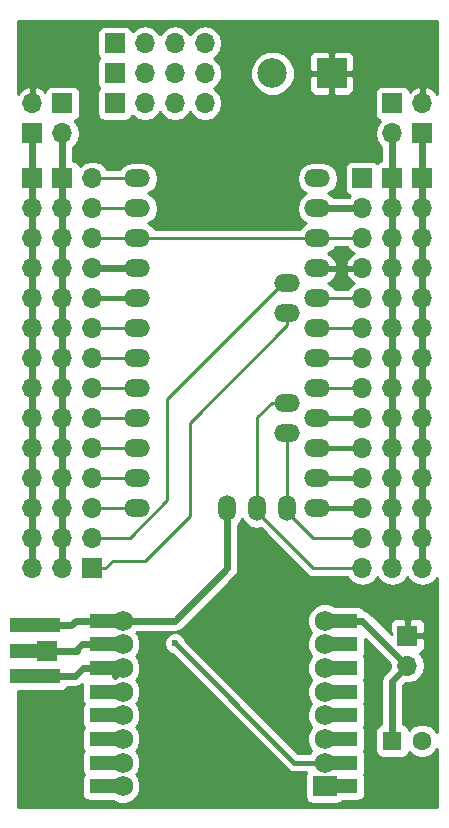
<source format=gtl>
G04 #@! TF.FileFunction,Copper,L1,Top,Signal*
%FSLAX46Y46*%
G04 Gerber Fmt 4.6, Leading zero omitted, Abs format (unit mm)*
G04 Created by KiCad (PCBNEW 4.0.6) date 07/21/18 17:07:37*
%MOMM*%
%LPD*%
G01*
G04 APERTURE LIST*
%ADD10C,0.100000*%
%ADD11R,3.000000X1.200000*%
%ADD12R,2.000000X1.727200*%
%ADD13C,1.727200*%
%ADD14R,1.700000X1.700000*%
%ADD15O,1.700000X1.700000*%
%ADD16R,4.191000X1.270000*%
%ADD17R,3.683000X1.270000*%
%ADD18R,1.600000X1.600000*%
%ADD19C,1.600000*%
%ADD20O,2.199640X1.501140*%
%ADD21O,1.501140X2.199640*%
%ADD22R,2.500000X2.500000*%
%ADD23C,2.500000*%
%ADD24C,0.600000*%
%ADD25C,0.600000*%
%ADD26C,0.250000*%
%ADD27C,0.400000*%
%ADD28C,0.254000*%
G04 APERTURE END LIST*
D10*
D11*
X146685000Y-116235000D03*
X146685000Y-114235000D03*
X146685000Y-112235000D03*
X146685000Y-110235000D03*
X146685000Y-108235000D03*
X146685000Y-106235000D03*
X146685000Y-104235000D03*
X146685000Y-102235000D03*
X126985000Y-102235000D03*
X126985000Y-104235000D03*
X126985000Y-106235000D03*
X126985000Y-108235000D03*
X126985000Y-110235000D03*
X126985000Y-112235000D03*
X126985000Y-114235000D03*
X126985000Y-116235000D03*
D12*
X145385000Y-116235000D03*
D13*
X145385000Y-114235000D03*
X145385000Y-112235000D03*
X145385000Y-110235000D03*
X145385000Y-108235000D03*
X145385000Y-106235000D03*
X145385000Y-104235000D03*
X145385000Y-102235000D03*
X128285000Y-102235000D03*
X128285000Y-104235000D03*
X128285000Y-106235000D03*
X128285000Y-108235000D03*
X128285000Y-110235000D03*
X128285000Y-112235000D03*
X128285000Y-114235000D03*
X128285000Y-116235000D03*
D14*
X123190000Y-64770000D03*
D15*
X123190000Y-67310000D03*
X123190000Y-69850000D03*
X123190000Y-72390000D03*
X123190000Y-74930000D03*
X123190000Y-77470000D03*
X123190000Y-80010000D03*
X123190000Y-82550000D03*
X123190000Y-85090000D03*
X123190000Y-87630000D03*
X123190000Y-90170000D03*
X123190000Y-92710000D03*
X123190000Y-95250000D03*
X123190000Y-97790000D03*
D16*
X120904000Y-102628700D03*
X120904000Y-106921300D03*
D17*
X120650000Y-104775000D03*
D18*
X151130000Y-112395000D03*
D19*
X153630000Y-112395000D03*
D20*
X142240000Y-83820000D03*
X142240000Y-86360000D03*
X129540000Y-64770000D03*
X129540000Y-67310000D03*
X129540000Y-69850000D03*
X129540000Y-72390000D03*
X129540000Y-74930000D03*
X129540000Y-77470000D03*
X129540000Y-80010000D03*
X129540000Y-82550000D03*
X129540000Y-85090000D03*
X129540000Y-87630000D03*
X129540000Y-90170000D03*
X129540000Y-92710000D03*
X144780000Y-92710000D03*
X144780000Y-90170000D03*
X144780000Y-87630000D03*
X144780000Y-85090000D03*
X144780000Y-82550000D03*
X144780000Y-80010000D03*
X144780000Y-77470000D03*
X144780000Y-74930000D03*
X144780000Y-72390000D03*
X144780000Y-69850000D03*
X144780000Y-67310000D03*
X144780000Y-64770000D03*
X142240000Y-76200000D03*
X142240000Y-73660000D03*
D21*
X142240000Y-92710000D03*
X139700000Y-92710000D03*
X137160000Y-92710000D03*
D14*
X120650000Y-64770000D03*
D15*
X120650000Y-67310000D03*
X120650000Y-69850000D03*
X120650000Y-72390000D03*
X120650000Y-74930000D03*
X120650000Y-77470000D03*
X120650000Y-80010000D03*
X120650000Y-82550000D03*
X120650000Y-85090000D03*
X120650000Y-87630000D03*
X120650000Y-90170000D03*
X120650000Y-92710000D03*
X120650000Y-95250000D03*
X120650000Y-97790000D03*
D14*
X125730000Y-97790000D03*
D15*
X125730000Y-95250000D03*
X125730000Y-92710000D03*
X125730000Y-90170000D03*
X125730000Y-87630000D03*
X125730000Y-85090000D03*
X125730000Y-82550000D03*
X125730000Y-80010000D03*
X125730000Y-77470000D03*
X125730000Y-74930000D03*
X125730000Y-72390000D03*
X125730000Y-69850000D03*
X125730000Y-67310000D03*
X125730000Y-64770000D03*
D14*
X148590000Y-64770000D03*
D15*
X148590000Y-67310000D03*
X148590000Y-69850000D03*
X148590000Y-72390000D03*
X148590000Y-74930000D03*
X148590000Y-77470000D03*
X148590000Y-80010000D03*
X148590000Y-82550000D03*
X148590000Y-85090000D03*
X148590000Y-87630000D03*
X148590000Y-90170000D03*
X148590000Y-92710000D03*
X148590000Y-95250000D03*
X148590000Y-97790000D03*
D14*
X151130000Y-64770000D03*
D15*
X151130000Y-67310000D03*
X151130000Y-69850000D03*
X151130000Y-72390000D03*
X151130000Y-74930000D03*
X151130000Y-77470000D03*
X151130000Y-80010000D03*
X151130000Y-82550000D03*
X151130000Y-85090000D03*
X151130000Y-87630000D03*
X151130000Y-90170000D03*
X151130000Y-92710000D03*
X151130000Y-95250000D03*
X151130000Y-97790000D03*
D14*
X153670000Y-64770000D03*
D15*
X153670000Y-67310000D03*
X153670000Y-69850000D03*
X153670000Y-72390000D03*
X153670000Y-74930000D03*
X153670000Y-77470000D03*
X153670000Y-80010000D03*
X153670000Y-82550000D03*
X153670000Y-85090000D03*
X153670000Y-87630000D03*
X153670000Y-90170000D03*
X153670000Y-92710000D03*
X153670000Y-95250000D03*
X153670000Y-97790000D03*
D14*
X153670000Y-60960000D03*
D15*
X153670000Y-58420000D03*
D14*
X120650000Y-60960000D03*
D15*
X120650000Y-58420000D03*
D14*
X151130000Y-58420000D03*
D15*
X151130000Y-60960000D03*
D14*
X123190000Y-58420000D03*
D15*
X123190000Y-60960000D03*
D22*
X145970000Y-55880000D03*
D23*
X140970000Y-55880000D03*
D14*
X121920000Y-104775000D03*
X152400000Y-103505000D03*
D15*
X152400000Y-106045000D03*
D14*
X127635000Y-53340000D03*
D15*
X130175000Y-53340000D03*
X132715000Y-53340000D03*
X135255000Y-53340000D03*
D14*
X127635000Y-55880000D03*
D15*
X130175000Y-55880000D03*
X132715000Y-55880000D03*
X135255000Y-55880000D03*
D14*
X127635000Y-58420000D03*
D15*
X130175000Y-58420000D03*
X132715000Y-58420000D03*
X135255000Y-58420000D03*
D24*
X132715000Y-104140000D03*
D25*
X124333000Y-102235000D02*
X123939300Y-102628700D01*
X123939300Y-102628700D02*
X120904000Y-102628700D01*
X128285000Y-102235000D02*
X124333000Y-102235000D01*
X124905000Y-106235000D02*
X124218700Y-106921300D01*
X124218700Y-106921300D02*
X120904000Y-106921300D01*
X128285000Y-106235000D02*
X124905000Y-106235000D01*
X127598700Y-106921300D02*
X128285000Y-106235000D01*
X127891300Y-102628700D02*
X128285000Y-102235000D01*
X137160000Y-92710000D02*
X137160000Y-97790000D01*
X132715000Y-102235000D02*
X126985000Y-102235000D01*
X137160000Y-97790000D02*
X132715000Y-102235000D01*
X137160000Y-93360000D02*
X137160000Y-92710000D01*
X137160000Y-93460000D02*
X137160000Y-92710000D01*
X144780000Y-67310000D02*
X148590000Y-67310000D01*
X125730000Y-72390000D02*
X129540000Y-72390000D01*
X127063686Y-106140000D02*
X128285000Y-106140000D01*
X124460000Y-104775000D02*
X124460000Y-104660000D01*
X124460000Y-104660000D02*
X124885000Y-104235000D01*
X124885000Y-104235000D02*
X127063686Y-104235000D01*
X127063686Y-104235000D02*
X128285000Y-104235000D01*
X121920000Y-104775000D02*
X124460000Y-104775000D01*
D26*
X139700000Y-92710000D02*
X139700000Y-93059250D01*
X139700000Y-93059250D02*
X144430750Y-97790000D01*
X144430750Y-97790000D02*
X147387919Y-97790000D01*
X147387919Y-97790000D02*
X148590000Y-97790000D01*
X142240000Y-83820000D02*
X140890180Y-83820000D01*
X140890180Y-83820000D02*
X139700000Y-85010180D01*
X139700000Y-85010180D02*
X139700000Y-91360180D01*
X139700000Y-91360180D02*
X139700000Y-92710000D01*
X142240000Y-92710000D02*
X142240000Y-93059250D01*
X142240000Y-93059250D02*
X144430750Y-95250000D01*
X144430750Y-95250000D02*
X147387919Y-95250000D01*
X147387919Y-95250000D02*
X148590000Y-95250000D01*
X142240000Y-86360000D02*
X142240000Y-87360570D01*
X142240000Y-87360570D02*
X142240000Y-92710000D01*
X125730000Y-64770000D02*
X129540000Y-64770000D01*
X125730000Y-67310000D02*
X129540000Y-67310000D01*
X129540000Y-69850000D02*
X144780000Y-69850000D01*
X144780000Y-69850000D02*
X148590000Y-69850000D01*
X125730000Y-69850000D02*
X129540000Y-69850000D01*
D27*
X132715000Y-104140000D02*
X142810000Y-114235000D01*
X142810000Y-114235000D02*
X146685000Y-114235000D01*
X125730000Y-74930000D02*
X129540000Y-74930000D01*
D26*
X125730000Y-77470000D02*
X129540000Y-77470000D01*
X125730000Y-80010000D02*
X129540000Y-80010000D01*
X125730000Y-82550000D02*
X129540000Y-82550000D01*
X125730000Y-85090000D02*
X129540000Y-85090000D01*
X125730000Y-87630000D02*
X129540000Y-87630000D01*
X125730000Y-90170000D02*
X129540000Y-90170000D01*
X125730000Y-92710000D02*
X129540000Y-92710000D01*
D27*
X144780000Y-92710000D02*
X148590000Y-92710000D01*
X144780000Y-90170000D02*
X148590000Y-90170000D01*
X144780000Y-87630000D02*
X148590000Y-87630000D01*
X144780000Y-85090000D02*
X148590000Y-85090000D01*
D26*
X144780000Y-82550000D02*
X148590000Y-82550000D01*
X144780000Y-80010000D02*
X148590000Y-80010000D01*
X144780000Y-77470000D02*
X146129820Y-77470000D01*
X146129820Y-77470000D02*
X148590000Y-77470000D01*
X144780000Y-74930000D02*
X148590000Y-74930000D01*
X142240000Y-77200570D02*
X133985000Y-85455570D01*
X130175000Y-97155000D02*
X133985000Y-93345000D01*
X133985000Y-93345000D02*
X133985000Y-85455570D01*
X127465000Y-97155000D02*
X130175000Y-97155000D01*
X126830000Y-97790000D02*
X127465000Y-97155000D01*
X142240000Y-76200000D02*
X142240000Y-77200570D01*
X126830000Y-97790000D02*
X125730000Y-97790000D01*
X132080000Y-83470750D02*
X132080000Y-92040349D01*
X132080000Y-92040349D02*
X128870349Y-95250000D01*
X128870349Y-95250000D02*
X126932081Y-95250000D01*
X126932081Y-95250000D02*
X125730000Y-95250000D01*
X141890750Y-73660000D02*
X132080000Y-83470750D01*
X142240000Y-73660000D02*
X141890750Y-73660000D01*
D25*
X120650000Y-60960000D02*
X120650000Y-64770000D01*
X120650000Y-64770000D02*
X120650000Y-67310000D01*
X120650000Y-67310000D02*
X120650000Y-69850000D01*
X120650000Y-69850000D02*
X120650000Y-72390000D01*
X120650000Y-72390000D02*
X120650000Y-74930000D01*
X120650000Y-74930000D02*
X120650000Y-77470000D01*
X120650000Y-77470000D02*
X120650000Y-80010000D01*
X120650000Y-80010000D02*
X120650000Y-82550000D01*
X120650000Y-82550000D02*
X120650000Y-85090000D01*
X120650000Y-85090000D02*
X120650000Y-87630000D01*
X120650000Y-87630000D02*
X120650000Y-90170000D01*
X120650000Y-90170000D02*
X120650000Y-92710000D01*
X120650000Y-92710000D02*
X120650000Y-95250000D01*
X120650000Y-95250000D02*
X120650000Y-97790000D01*
X123190000Y-60960000D02*
X123190000Y-64770000D01*
X123190000Y-64770000D02*
X123190000Y-67310000D01*
X123190000Y-67310000D02*
X123190000Y-69850000D01*
X123190000Y-69850000D02*
X123190000Y-72390000D01*
X123190000Y-72390000D02*
X123190000Y-74930000D01*
X123190000Y-74930000D02*
X123190000Y-77470000D01*
X123190000Y-77470000D02*
X123190000Y-80010000D01*
X123190000Y-80010000D02*
X123190000Y-82550000D01*
X123190000Y-82550000D02*
X123190000Y-85090000D01*
X123190000Y-85090000D02*
X123190000Y-87630000D01*
X123190000Y-87630000D02*
X123190000Y-90170000D01*
X123190000Y-90170000D02*
X123190000Y-92710000D01*
X123190000Y-92710000D02*
X123190000Y-95250000D01*
X123190000Y-95250000D02*
X123190000Y-97790000D01*
X151130000Y-60960000D02*
X151130000Y-64770000D01*
X151130000Y-64770000D02*
X151130000Y-67310000D01*
X151130000Y-67310000D02*
X151130000Y-69850000D01*
X151130000Y-69850000D02*
X151130000Y-72390000D01*
X151130000Y-72390000D02*
X151130000Y-74930000D01*
X151130000Y-74930000D02*
X151130000Y-77470000D01*
X151130000Y-77470000D02*
X151130000Y-80010000D01*
X151130000Y-80010000D02*
X151130000Y-82550000D01*
X151130000Y-82550000D02*
X151130000Y-85090000D01*
X151130000Y-85090000D02*
X151130000Y-87630000D01*
X151130000Y-87630000D02*
X151130000Y-90170000D01*
X151130000Y-90170000D02*
X151130000Y-92710000D01*
X151130000Y-92710000D02*
X151130000Y-95250000D01*
X151130000Y-95250000D02*
X151130000Y-97790000D01*
X153670000Y-60960000D02*
X153670000Y-64770000D01*
X153670000Y-64770000D02*
X153670000Y-67310000D01*
X153670000Y-67310000D02*
X153670000Y-69850000D01*
X153670000Y-69850000D02*
X153670000Y-72390000D01*
X153670000Y-72390000D02*
X153670000Y-74930000D01*
X153670000Y-74930000D02*
X153670000Y-77470000D01*
X153670000Y-77470000D02*
X153670000Y-80010000D01*
X153670000Y-80010000D02*
X153670000Y-82550000D01*
X153670000Y-82550000D02*
X153670000Y-85090000D01*
X153670000Y-85090000D02*
X153670000Y-87630000D01*
X153670000Y-87630000D02*
X153670000Y-90170000D01*
X153670000Y-90170000D02*
X153670000Y-92710000D01*
X153670000Y-92710000D02*
X153670000Y-95250000D01*
X153670000Y-95250000D02*
X153670000Y-97790000D01*
X145385000Y-102235000D02*
X148590000Y-102235000D01*
X148590000Y-102235000D02*
X152400000Y-106045000D01*
X151130000Y-112395000D02*
X151130000Y-107315000D01*
X151130000Y-107315000D02*
X152400000Y-106045000D01*
D28*
G36*
X138720254Y-94072983D02*
X139169765Y-94373337D01*
X139700000Y-94478807D01*
X139987557Y-94421609D01*
X143893349Y-98327401D01*
X144139911Y-98492148D01*
X144430750Y-98550000D01*
X147317046Y-98550000D01*
X147510853Y-98840054D01*
X147992622Y-99161961D01*
X148560907Y-99275000D01*
X148619093Y-99275000D01*
X149187378Y-99161961D01*
X149669147Y-98840054D01*
X149860000Y-98554422D01*
X150050853Y-98840054D01*
X150532622Y-99161961D01*
X151100907Y-99275000D01*
X151159093Y-99275000D01*
X151727378Y-99161961D01*
X152209147Y-98840054D01*
X152400000Y-98554422D01*
X152590853Y-98840054D01*
X153072622Y-99161961D01*
X153640907Y-99275000D01*
X153699093Y-99275000D01*
X154267378Y-99161961D01*
X154749147Y-98840054D01*
X154890000Y-98629252D01*
X154890000Y-111686680D01*
X154847243Y-111583200D01*
X154443923Y-111179176D01*
X153916691Y-110960250D01*
X153345813Y-110959752D01*
X152818200Y-111177757D01*
X152549417Y-111446072D01*
X152533162Y-111359683D01*
X152394090Y-111143559D01*
X152181890Y-110998569D01*
X152065000Y-110974898D01*
X152065000Y-107702290D01*
X152259459Y-107507831D01*
X152370907Y-107530000D01*
X152429093Y-107530000D01*
X152997378Y-107416961D01*
X153479147Y-107095054D01*
X153801054Y-106613285D01*
X153914093Y-106045000D01*
X153801054Y-105476715D01*
X153479147Y-104994946D01*
X153435223Y-104965597D01*
X153609698Y-104893327D01*
X153788327Y-104714699D01*
X153885000Y-104481310D01*
X153885000Y-103790750D01*
X153726250Y-103632000D01*
X152527000Y-103632000D01*
X152527000Y-103652000D01*
X152273000Y-103652000D01*
X152273000Y-103632000D01*
X152253000Y-103632000D01*
X152253000Y-103378000D01*
X152273000Y-103378000D01*
X152273000Y-102178750D01*
X152527000Y-102178750D01*
X152527000Y-103378000D01*
X153726250Y-103378000D01*
X153885000Y-103219250D01*
X153885000Y-102528690D01*
X153788327Y-102295301D01*
X153609698Y-102116673D01*
X153376309Y-102020000D01*
X152685750Y-102020000D01*
X152527000Y-102178750D01*
X152273000Y-102178750D01*
X152114250Y-102020000D01*
X151423691Y-102020000D01*
X151190302Y-102116673D01*
X151011673Y-102295301D01*
X150915000Y-102528690D01*
X150915000Y-103219250D01*
X151073748Y-103377998D01*
X151055288Y-103377998D01*
X149251145Y-101573855D01*
X148947809Y-101371173D01*
X148743690Y-101330571D01*
X148649090Y-101183559D01*
X148436890Y-101038569D01*
X148185000Y-100987560D01*
X146257228Y-100987560D01*
X146234997Y-100965290D01*
X145684398Y-100736661D01*
X145088218Y-100736141D01*
X144537220Y-100963808D01*
X144115290Y-101385003D01*
X143886661Y-101935602D01*
X143886141Y-102531782D01*
X144113808Y-103082780D01*
X144265659Y-103234896D01*
X144115290Y-103385003D01*
X143886661Y-103935602D01*
X143886141Y-104531782D01*
X144113808Y-105082780D01*
X144265659Y-105234896D01*
X144115290Y-105385003D01*
X143886661Y-105935602D01*
X143886141Y-106531782D01*
X144113808Y-107082780D01*
X144265659Y-107234896D01*
X144115290Y-107385003D01*
X143886661Y-107935602D01*
X143886141Y-108531782D01*
X144113808Y-109082780D01*
X144265659Y-109234896D01*
X144115290Y-109385003D01*
X143886661Y-109935602D01*
X143886141Y-110531782D01*
X144113808Y-111082780D01*
X144265659Y-111234896D01*
X144115290Y-111385003D01*
X143886661Y-111935602D01*
X143886141Y-112531782D01*
X144113808Y-113082780D01*
X144265659Y-113234896D01*
X144115290Y-113385003D01*
X144109063Y-113400000D01*
X143155868Y-113400000D01*
X133607535Y-103851667D01*
X133508117Y-103611057D01*
X133245327Y-103347808D01*
X132901799Y-103205162D01*
X132529833Y-103204838D01*
X132186057Y-103346883D01*
X131922808Y-103609673D01*
X131780162Y-103953201D01*
X131779838Y-104325167D01*
X131921883Y-104668943D01*
X132184673Y-104932192D01*
X132426910Y-105032778D01*
X142219566Y-114825434D01*
X142490459Y-115006439D01*
X142810000Y-115070000D01*
X143822398Y-115070000D01*
X143788569Y-115119510D01*
X143737560Y-115371400D01*
X143737560Y-117098600D01*
X143781838Y-117333917D01*
X143920910Y-117550041D01*
X144133110Y-117695031D01*
X144385000Y-117746040D01*
X146385000Y-117746040D01*
X146620317Y-117701762D01*
X146836441Y-117562690D01*
X146891273Y-117482440D01*
X148185000Y-117482440D01*
X148420317Y-117438162D01*
X148636441Y-117299090D01*
X148781431Y-117086890D01*
X148832440Y-116835000D01*
X148832440Y-115635000D01*
X148788162Y-115399683D01*
X148681241Y-115233523D01*
X148781431Y-115086890D01*
X148832440Y-114835000D01*
X148832440Y-113635000D01*
X148788162Y-113399683D01*
X148681241Y-113233523D01*
X148781431Y-113086890D01*
X148832440Y-112835000D01*
X148832440Y-111635000D01*
X148788162Y-111399683D01*
X148681241Y-111233523D01*
X148781431Y-111086890D01*
X148832440Y-110835000D01*
X148832440Y-109635000D01*
X148788162Y-109399683D01*
X148681241Y-109233523D01*
X148781431Y-109086890D01*
X148832440Y-108835000D01*
X148832440Y-107635000D01*
X148788162Y-107399683D01*
X148681241Y-107233523D01*
X148781431Y-107086890D01*
X148832440Y-106835000D01*
X148832440Y-105635000D01*
X148788162Y-105399683D01*
X148681241Y-105233523D01*
X148781431Y-105086890D01*
X148832440Y-104835000D01*
X148832440Y-103799730D01*
X150917729Y-105885019D01*
X150885907Y-106045000D01*
X150917729Y-106204981D01*
X150468855Y-106653855D01*
X150266173Y-106957191D01*
X150195000Y-107315000D01*
X150195000Y-110972962D01*
X150094683Y-110991838D01*
X149878559Y-111130910D01*
X149733569Y-111343110D01*
X149682560Y-111595000D01*
X149682560Y-113195000D01*
X149726838Y-113430317D01*
X149865910Y-113646441D01*
X150078110Y-113791431D01*
X150330000Y-113842440D01*
X151930000Y-113842440D01*
X152165317Y-113798162D01*
X152381441Y-113659090D01*
X152526431Y-113446890D01*
X152547680Y-113341959D01*
X152816077Y-113610824D01*
X153343309Y-113829750D01*
X153914187Y-113830248D01*
X154441800Y-113612243D01*
X154845824Y-113208923D01*
X154890000Y-113102535D01*
X154890000Y-117983000D01*
X119430000Y-117983000D01*
X119430000Y-108203740D01*
X122999500Y-108203740D01*
X123234817Y-108159462D01*
X123450941Y-108020390D01*
X123563059Y-107856300D01*
X124218700Y-107856300D01*
X124576509Y-107785127D01*
X124843251Y-107606896D01*
X124837560Y-107635000D01*
X124837560Y-108835000D01*
X124881838Y-109070317D01*
X124988759Y-109236477D01*
X124888569Y-109383110D01*
X124837560Y-109635000D01*
X124837560Y-110835000D01*
X124881838Y-111070317D01*
X124988759Y-111236477D01*
X124888569Y-111383110D01*
X124837560Y-111635000D01*
X124837560Y-112835000D01*
X124881838Y-113070317D01*
X124988759Y-113236477D01*
X124888569Y-113383110D01*
X124837560Y-113635000D01*
X124837560Y-114835000D01*
X124881838Y-115070317D01*
X124988759Y-115236477D01*
X124888569Y-115383110D01*
X124837560Y-115635000D01*
X124837560Y-116835000D01*
X124881838Y-117070317D01*
X125020910Y-117286441D01*
X125233110Y-117431431D01*
X125485000Y-117482440D01*
X127412772Y-117482440D01*
X127435003Y-117504710D01*
X127985602Y-117733339D01*
X128581782Y-117733859D01*
X129132780Y-117506192D01*
X129554710Y-117084997D01*
X129783339Y-116534398D01*
X129783859Y-115938218D01*
X129556192Y-115387220D01*
X129404341Y-115235104D01*
X129554710Y-115084997D01*
X129783339Y-114534398D01*
X129783859Y-113938218D01*
X129556192Y-113387220D01*
X129404341Y-113235104D01*
X129554710Y-113084997D01*
X129783339Y-112534398D01*
X129783859Y-111938218D01*
X129556192Y-111387220D01*
X129404341Y-111235104D01*
X129554710Y-111084997D01*
X129783339Y-110534398D01*
X129783859Y-109938218D01*
X129556192Y-109387220D01*
X129404341Y-109235104D01*
X129554710Y-109084997D01*
X129783339Y-108534398D01*
X129783859Y-107938218D01*
X129556192Y-107387220D01*
X129404341Y-107235104D01*
X129554710Y-107084997D01*
X129783339Y-106534398D01*
X129783859Y-105938218D01*
X129556192Y-105387220D01*
X129404341Y-105235104D01*
X129554710Y-105084997D01*
X129783339Y-104534398D01*
X129783859Y-103938218D01*
X129556192Y-103387220D01*
X129404341Y-103235104D01*
X129469559Y-103170000D01*
X132715000Y-103170000D01*
X133072809Y-103098827D01*
X133376145Y-102896145D01*
X137821145Y-98451145D01*
X138023827Y-98147809D01*
X138095000Y-97790000D01*
X138095000Y-94102881D01*
X138139746Y-94072983D01*
X138430000Y-93638588D01*
X138720254Y-94072983D01*
X138720254Y-94072983D01*
G37*
X138720254Y-94072983D02*
X139169765Y-94373337D01*
X139700000Y-94478807D01*
X139987557Y-94421609D01*
X143893349Y-98327401D01*
X144139911Y-98492148D01*
X144430750Y-98550000D01*
X147317046Y-98550000D01*
X147510853Y-98840054D01*
X147992622Y-99161961D01*
X148560907Y-99275000D01*
X148619093Y-99275000D01*
X149187378Y-99161961D01*
X149669147Y-98840054D01*
X149860000Y-98554422D01*
X150050853Y-98840054D01*
X150532622Y-99161961D01*
X151100907Y-99275000D01*
X151159093Y-99275000D01*
X151727378Y-99161961D01*
X152209147Y-98840054D01*
X152400000Y-98554422D01*
X152590853Y-98840054D01*
X153072622Y-99161961D01*
X153640907Y-99275000D01*
X153699093Y-99275000D01*
X154267378Y-99161961D01*
X154749147Y-98840054D01*
X154890000Y-98629252D01*
X154890000Y-111686680D01*
X154847243Y-111583200D01*
X154443923Y-111179176D01*
X153916691Y-110960250D01*
X153345813Y-110959752D01*
X152818200Y-111177757D01*
X152549417Y-111446072D01*
X152533162Y-111359683D01*
X152394090Y-111143559D01*
X152181890Y-110998569D01*
X152065000Y-110974898D01*
X152065000Y-107702290D01*
X152259459Y-107507831D01*
X152370907Y-107530000D01*
X152429093Y-107530000D01*
X152997378Y-107416961D01*
X153479147Y-107095054D01*
X153801054Y-106613285D01*
X153914093Y-106045000D01*
X153801054Y-105476715D01*
X153479147Y-104994946D01*
X153435223Y-104965597D01*
X153609698Y-104893327D01*
X153788327Y-104714699D01*
X153885000Y-104481310D01*
X153885000Y-103790750D01*
X153726250Y-103632000D01*
X152527000Y-103632000D01*
X152527000Y-103652000D01*
X152273000Y-103652000D01*
X152273000Y-103632000D01*
X152253000Y-103632000D01*
X152253000Y-103378000D01*
X152273000Y-103378000D01*
X152273000Y-102178750D01*
X152527000Y-102178750D01*
X152527000Y-103378000D01*
X153726250Y-103378000D01*
X153885000Y-103219250D01*
X153885000Y-102528690D01*
X153788327Y-102295301D01*
X153609698Y-102116673D01*
X153376309Y-102020000D01*
X152685750Y-102020000D01*
X152527000Y-102178750D01*
X152273000Y-102178750D01*
X152114250Y-102020000D01*
X151423691Y-102020000D01*
X151190302Y-102116673D01*
X151011673Y-102295301D01*
X150915000Y-102528690D01*
X150915000Y-103219250D01*
X151073748Y-103377998D01*
X151055288Y-103377998D01*
X149251145Y-101573855D01*
X148947809Y-101371173D01*
X148743690Y-101330571D01*
X148649090Y-101183559D01*
X148436890Y-101038569D01*
X148185000Y-100987560D01*
X146257228Y-100987560D01*
X146234997Y-100965290D01*
X145684398Y-100736661D01*
X145088218Y-100736141D01*
X144537220Y-100963808D01*
X144115290Y-101385003D01*
X143886661Y-101935602D01*
X143886141Y-102531782D01*
X144113808Y-103082780D01*
X144265659Y-103234896D01*
X144115290Y-103385003D01*
X143886661Y-103935602D01*
X143886141Y-104531782D01*
X144113808Y-105082780D01*
X144265659Y-105234896D01*
X144115290Y-105385003D01*
X143886661Y-105935602D01*
X143886141Y-106531782D01*
X144113808Y-107082780D01*
X144265659Y-107234896D01*
X144115290Y-107385003D01*
X143886661Y-107935602D01*
X143886141Y-108531782D01*
X144113808Y-109082780D01*
X144265659Y-109234896D01*
X144115290Y-109385003D01*
X143886661Y-109935602D01*
X143886141Y-110531782D01*
X144113808Y-111082780D01*
X144265659Y-111234896D01*
X144115290Y-111385003D01*
X143886661Y-111935602D01*
X143886141Y-112531782D01*
X144113808Y-113082780D01*
X144265659Y-113234896D01*
X144115290Y-113385003D01*
X144109063Y-113400000D01*
X143155868Y-113400000D01*
X133607535Y-103851667D01*
X133508117Y-103611057D01*
X133245327Y-103347808D01*
X132901799Y-103205162D01*
X132529833Y-103204838D01*
X132186057Y-103346883D01*
X131922808Y-103609673D01*
X131780162Y-103953201D01*
X131779838Y-104325167D01*
X131921883Y-104668943D01*
X132184673Y-104932192D01*
X132426910Y-105032778D01*
X142219566Y-114825434D01*
X142490459Y-115006439D01*
X142810000Y-115070000D01*
X143822398Y-115070000D01*
X143788569Y-115119510D01*
X143737560Y-115371400D01*
X143737560Y-117098600D01*
X143781838Y-117333917D01*
X143920910Y-117550041D01*
X144133110Y-117695031D01*
X144385000Y-117746040D01*
X146385000Y-117746040D01*
X146620317Y-117701762D01*
X146836441Y-117562690D01*
X146891273Y-117482440D01*
X148185000Y-117482440D01*
X148420317Y-117438162D01*
X148636441Y-117299090D01*
X148781431Y-117086890D01*
X148832440Y-116835000D01*
X148832440Y-115635000D01*
X148788162Y-115399683D01*
X148681241Y-115233523D01*
X148781431Y-115086890D01*
X148832440Y-114835000D01*
X148832440Y-113635000D01*
X148788162Y-113399683D01*
X148681241Y-113233523D01*
X148781431Y-113086890D01*
X148832440Y-112835000D01*
X148832440Y-111635000D01*
X148788162Y-111399683D01*
X148681241Y-111233523D01*
X148781431Y-111086890D01*
X148832440Y-110835000D01*
X148832440Y-109635000D01*
X148788162Y-109399683D01*
X148681241Y-109233523D01*
X148781431Y-109086890D01*
X148832440Y-108835000D01*
X148832440Y-107635000D01*
X148788162Y-107399683D01*
X148681241Y-107233523D01*
X148781431Y-107086890D01*
X148832440Y-106835000D01*
X148832440Y-105635000D01*
X148788162Y-105399683D01*
X148681241Y-105233523D01*
X148781431Y-105086890D01*
X148832440Y-104835000D01*
X148832440Y-103799730D01*
X150917729Y-105885019D01*
X150885907Y-106045000D01*
X150917729Y-106204981D01*
X150468855Y-106653855D01*
X150266173Y-106957191D01*
X150195000Y-107315000D01*
X150195000Y-110972962D01*
X150094683Y-110991838D01*
X149878559Y-111130910D01*
X149733569Y-111343110D01*
X149682560Y-111595000D01*
X149682560Y-113195000D01*
X149726838Y-113430317D01*
X149865910Y-113646441D01*
X150078110Y-113791431D01*
X150330000Y-113842440D01*
X151930000Y-113842440D01*
X152165317Y-113798162D01*
X152381441Y-113659090D01*
X152526431Y-113446890D01*
X152547680Y-113341959D01*
X152816077Y-113610824D01*
X153343309Y-113829750D01*
X153914187Y-113830248D01*
X154441800Y-113612243D01*
X154845824Y-113208923D01*
X154890000Y-113102535D01*
X154890000Y-117983000D01*
X119430000Y-117983000D01*
X119430000Y-108203740D01*
X122999500Y-108203740D01*
X123234817Y-108159462D01*
X123450941Y-108020390D01*
X123563059Y-107856300D01*
X124218700Y-107856300D01*
X124576509Y-107785127D01*
X124843251Y-107606896D01*
X124837560Y-107635000D01*
X124837560Y-108835000D01*
X124881838Y-109070317D01*
X124988759Y-109236477D01*
X124888569Y-109383110D01*
X124837560Y-109635000D01*
X124837560Y-110835000D01*
X124881838Y-111070317D01*
X124988759Y-111236477D01*
X124888569Y-111383110D01*
X124837560Y-111635000D01*
X124837560Y-112835000D01*
X124881838Y-113070317D01*
X124988759Y-113236477D01*
X124888569Y-113383110D01*
X124837560Y-113635000D01*
X124837560Y-114835000D01*
X124881838Y-115070317D01*
X124988759Y-115236477D01*
X124888569Y-115383110D01*
X124837560Y-115635000D01*
X124837560Y-116835000D01*
X124881838Y-117070317D01*
X125020910Y-117286441D01*
X125233110Y-117431431D01*
X125485000Y-117482440D01*
X127412772Y-117482440D01*
X127435003Y-117504710D01*
X127985602Y-117733339D01*
X128581782Y-117733859D01*
X129132780Y-117506192D01*
X129554710Y-117084997D01*
X129783339Y-116534398D01*
X129783859Y-115938218D01*
X129556192Y-115387220D01*
X129404341Y-115235104D01*
X129554710Y-115084997D01*
X129783339Y-114534398D01*
X129783859Y-113938218D01*
X129556192Y-113387220D01*
X129404341Y-113235104D01*
X129554710Y-113084997D01*
X129783339Y-112534398D01*
X129783859Y-111938218D01*
X129556192Y-111387220D01*
X129404341Y-111235104D01*
X129554710Y-111084997D01*
X129783339Y-110534398D01*
X129783859Y-109938218D01*
X129556192Y-109387220D01*
X129404341Y-109235104D01*
X129554710Y-109084997D01*
X129783339Y-108534398D01*
X129783859Y-107938218D01*
X129556192Y-107387220D01*
X129404341Y-107235104D01*
X129554710Y-107084997D01*
X129783339Y-106534398D01*
X129783859Y-105938218D01*
X129556192Y-105387220D01*
X129404341Y-105235104D01*
X129554710Y-105084997D01*
X129783339Y-104534398D01*
X129783859Y-103938218D01*
X129556192Y-103387220D01*
X129404341Y-103235104D01*
X129469559Y-103170000D01*
X132715000Y-103170000D01*
X133072809Y-103098827D01*
X133376145Y-102896145D01*
X137821145Y-98451145D01*
X138023827Y-98147809D01*
X138095000Y-97790000D01*
X138095000Y-94102881D01*
X138139746Y-94072983D01*
X138430000Y-93638588D01*
X138720254Y-94072983D01*
G36*
X147510853Y-70900054D02*
X147851553Y-71127702D01*
X147708642Y-71194817D01*
X147318355Y-71623076D01*
X147148524Y-72033110D01*
X147269845Y-72263000D01*
X148463000Y-72263000D01*
X148463000Y-72243000D01*
X148717000Y-72243000D01*
X148717000Y-72263000D01*
X148737000Y-72263000D01*
X148737000Y-72517000D01*
X148717000Y-72517000D01*
X148717000Y-72537000D01*
X148463000Y-72537000D01*
X148463000Y-72517000D01*
X147269845Y-72517000D01*
X147148524Y-72746890D01*
X147318355Y-73156924D01*
X147708642Y-73585183D01*
X147851553Y-73652298D01*
X147510853Y-73879946D01*
X147317046Y-74170000D01*
X146289813Y-74170000D01*
X146142983Y-73950254D01*
X145693472Y-73649900D01*
X145685928Y-73648399D01*
X145776817Y-73621499D01*
X146198798Y-73279944D01*
X146457950Y-72802903D01*
X146472133Y-72731275D01*
X146349479Y-72517000D01*
X144907000Y-72517000D01*
X144907000Y-72537000D01*
X144653000Y-72537000D01*
X144653000Y-72517000D01*
X144633000Y-72517000D01*
X144633000Y-72263000D01*
X144653000Y-72263000D01*
X144653000Y-72243000D01*
X144907000Y-72243000D01*
X144907000Y-72263000D01*
X146349479Y-72263000D01*
X146472133Y-72048725D01*
X146457950Y-71977097D01*
X146198798Y-71500056D01*
X145776817Y-71158501D01*
X145685928Y-71131601D01*
X145693472Y-71130100D01*
X146142983Y-70829746D01*
X146289813Y-70610000D01*
X147317046Y-70610000D01*
X147510853Y-70900054D01*
X147510853Y-70900054D01*
G37*
X147510853Y-70900054D02*
X147851553Y-71127702D01*
X147708642Y-71194817D01*
X147318355Y-71623076D01*
X147148524Y-72033110D01*
X147269845Y-72263000D01*
X148463000Y-72263000D01*
X148463000Y-72243000D01*
X148717000Y-72243000D01*
X148717000Y-72263000D01*
X148737000Y-72263000D01*
X148737000Y-72517000D01*
X148717000Y-72517000D01*
X148717000Y-72537000D01*
X148463000Y-72537000D01*
X148463000Y-72517000D01*
X147269845Y-72517000D01*
X147148524Y-72746890D01*
X147318355Y-73156924D01*
X147708642Y-73585183D01*
X147851553Y-73652298D01*
X147510853Y-73879946D01*
X147317046Y-74170000D01*
X146289813Y-74170000D01*
X146142983Y-73950254D01*
X145693472Y-73649900D01*
X145685928Y-73648399D01*
X145776817Y-73621499D01*
X146198798Y-73279944D01*
X146457950Y-72802903D01*
X146472133Y-72731275D01*
X146349479Y-72517000D01*
X144907000Y-72517000D01*
X144907000Y-72537000D01*
X144653000Y-72537000D01*
X144653000Y-72517000D01*
X144633000Y-72517000D01*
X144633000Y-72263000D01*
X144653000Y-72263000D01*
X144653000Y-72243000D01*
X144907000Y-72243000D01*
X144907000Y-72263000D01*
X146349479Y-72263000D01*
X146472133Y-72048725D01*
X146457950Y-71977097D01*
X146198798Y-71500056D01*
X145776817Y-71158501D01*
X145685928Y-71131601D01*
X145693472Y-71130100D01*
X146142983Y-70829746D01*
X146289813Y-70610000D01*
X147317046Y-70610000D01*
X147510853Y-70900054D01*
G36*
X154890000Y-57596406D02*
X154551358Y-57224817D01*
X154026892Y-56978514D01*
X153797000Y-57099181D01*
X153797000Y-58293000D01*
X153817000Y-58293000D01*
X153817000Y-58547000D01*
X153797000Y-58547000D01*
X153797000Y-58567000D01*
X153543000Y-58567000D01*
X153543000Y-58547000D01*
X153523000Y-58547000D01*
X153523000Y-58293000D01*
X153543000Y-58293000D01*
X153543000Y-57099181D01*
X153313108Y-56978514D01*
X152788642Y-57224817D01*
X152601192Y-57430504D01*
X152583162Y-57334683D01*
X152444090Y-57118559D01*
X152231890Y-56973569D01*
X151980000Y-56922560D01*
X150280000Y-56922560D01*
X150044683Y-56966838D01*
X149828559Y-57105910D01*
X149683569Y-57318110D01*
X149632560Y-57570000D01*
X149632560Y-59270000D01*
X149676838Y-59505317D01*
X149815910Y-59721441D01*
X150028110Y-59866431D01*
X150095541Y-59880086D01*
X150050853Y-59909946D01*
X149728946Y-60391715D01*
X149615907Y-60960000D01*
X149728946Y-61528285D01*
X150050853Y-62010054D01*
X150195000Y-62106370D01*
X150195000Y-63288554D01*
X150044683Y-63316838D01*
X149857923Y-63437015D01*
X149691890Y-63323569D01*
X149440000Y-63272560D01*
X147740000Y-63272560D01*
X147504683Y-63316838D01*
X147288559Y-63455910D01*
X147143569Y-63668110D01*
X147092560Y-63920000D01*
X147092560Y-65620000D01*
X147136838Y-65855317D01*
X147275910Y-66071441D01*
X147488110Y-66216431D01*
X147555541Y-66230086D01*
X147510853Y-66259946D01*
X147433977Y-66375000D01*
X146172881Y-66375000D01*
X146142983Y-66330254D01*
X145708588Y-66040000D01*
X146142983Y-65749746D01*
X146443337Y-65300235D01*
X146548807Y-64770000D01*
X146443337Y-64239765D01*
X146142983Y-63790254D01*
X145693472Y-63489900D01*
X145163237Y-63384430D01*
X144396763Y-63384430D01*
X143866528Y-63489900D01*
X143417017Y-63790254D01*
X143116663Y-64239765D01*
X143011193Y-64770000D01*
X143116663Y-65300235D01*
X143417017Y-65749746D01*
X143851412Y-66040000D01*
X143417017Y-66330254D01*
X143116663Y-66779765D01*
X143011193Y-67310000D01*
X143116663Y-67840235D01*
X143417017Y-68289746D01*
X143851412Y-68580000D01*
X143417017Y-68870254D01*
X143270187Y-69090000D01*
X131049813Y-69090000D01*
X130902983Y-68870254D01*
X130468588Y-68580000D01*
X130902983Y-68289746D01*
X131203337Y-67840235D01*
X131308807Y-67310000D01*
X131203337Y-66779765D01*
X130902983Y-66330254D01*
X130468588Y-66040000D01*
X130902983Y-65749746D01*
X131203337Y-65300235D01*
X131308807Y-64770000D01*
X131203337Y-64239765D01*
X130902983Y-63790254D01*
X130453472Y-63489900D01*
X129923237Y-63384430D01*
X129156763Y-63384430D01*
X128626528Y-63489900D01*
X128177017Y-63790254D01*
X128030187Y-64010000D01*
X127002954Y-64010000D01*
X126809147Y-63719946D01*
X126327378Y-63398039D01*
X125759093Y-63285000D01*
X125700907Y-63285000D01*
X125132622Y-63398039D01*
X124650853Y-63719946D01*
X124650029Y-63721179D01*
X124643162Y-63684683D01*
X124504090Y-63468559D01*
X124291890Y-63323569D01*
X124125000Y-63289773D01*
X124125000Y-62106370D01*
X124269147Y-62010054D01*
X124591054Y-61528285D01*
X124704093Y-60960000D01*
X124591054Y-60391715D01*
X124269147Y-59909946D01*
X124227548Y-59882150D01*
X124275317Y-59873162D01*
X124491441Y-59734090D01*
X124636431Y-59521890D01*
X124687440Y-59270000D01*
X124687440Y-57570000D01*
X124643162Y-57334683D01*
X124504090Y-57118559D01*
X124291890Y-56973569D01*
X124040000Y-56922560D01*
X122340000Y-56922560D01*
X122104683Y-56966838D01*
X121888559Y-57105910D01*
X121743569Y-57318110D01*
X121720445Y-57432301D01*
X121531358Y-57224817D01*
X121006892Y-56978514D01*
X120777000Y-57099181D01*
X120777000Y-58293000D01*
X120797000Y-58293000D01*
X120797000Y-58547000D01*
X120777000Y-58547000D01*
X120777000Y-58567000D01*
X120523000Y-58567000D01*
X120523000Y-58547000D01*
X120503000Y-58547000D01*
X120503000Y-58293000D01*
X120523000Y-58293000D01*
X120523000Y-57099181D01*
X120293108Y-56978514D01*
X119768642Y-57224817D01*
X119430000Y-57596406D01*
X119430000Y-52490000D01*
X126137560Y-52490000D01*
X126137560Y-54190000D01*
X126181838Y-54425317D01*
X126302015Y-54612077D01*
X126188569Y-54778110D01*
X126137560Y-55030000D01*
X126137560Y-56730000D01*
X126181838Y-56965317D01*
X126302015Y-57152077D01*
X126188569Y-57318110D01*
X126137560Y-57570000D01*
X126137560Y-59270000D01*
X126181838Y-59505317D01*
X126320910Y-59721441D01*
X126533110Y-59866431D01*
X126785000Y-59917440D01*
X128485000Y-59917440D01*
X128720317Y-59873162D01*
X128936441Y-59734090D01*
X129081431Y-59521890D01*
X129095086Y-59454459D01*
X129124946Y-59499147D01*
X129606715Y-59821054D01*
X130175000Y-59934093D01*
X130743285Y-59821054D01*
X131225054Y-59499147D01*
X131445000Y-59169974D01*
X131664946Y-59499147D01*
X132146715Y-59821054D01*
X132715000Y-59934093D01*
X133283285Y-59821054D01*
X133765054Y-59499147D01*
X133985000Y-59169974D01*
X134204946Y-59499147D01*
X134686715Y-59821054D01*
X135255000Y-59934093D01*
X135823285Y-59821054D01*
X136305054Y-59499147D01*
X136626961Y-59017378D01*
X136740000Y-58449093D01*
X136740000Y-58390907D01*
X136626961Y-57822622D01*
X136305054Y-57340853D01*
X136019422Y-57150000D01*
X136305054Y-56959147D01*
X136626961Y-56477378D01*
X136671531Y-56253305D01*
X139084674Y-56253305D01*
X139371043Y-56946372D01*
X139900839Y-57477093D01*
X140593405Y-57764672D01*
X141343305Y-57765326D01*
X142036372Y-57478957D01*
X142567093Y-56949161D01*
X142854672Y-56256595D01*
X142854751Y-56165750D01*
X144085000Y-56165750D01*
X144085000Y-57256310D01*
X144181673Y-57489699D01*
X144360302Y-57668327D01*
X144593691Y-57765000D01*
X145684250Y-57765000D01*
X145843000Y-57606250D01*
X145843000Y-56007000D01*
X146097000Y-56007000D01*
X146097000Y-57606250D01*
X146255750Y-57765000D01*
X147346309Y-57765000D01*
X147579698Y-57668327D01*
X147758327Y-57489699D01*
X147855000Y-57256310D01*
X147855000Y-56165750D01*
X147696250Y-56007000D01*
X146097000Y-56007000D01*
X145843000Y-56007000D01*
X144243750Y-56007000D01*
X144085000Y-56165750D01*
X142854751Y-56165750D01*
X142855326Y-55506695D01*
X142568957Y-54813628D01*
X142259560Y-54503690D01*
X144085000Y-54503690D01*
X144085000Y-55594250D01*
X144243750Y-55753000D01*
X145843000Y-55753000D01*
X145843000Y-54153750D01*
X146097000Y-54153750D01*
X146097000Y-55753000D01*
X147696250Y-55753000D01*
X147855000Y-55594250D01*
X147855000Y-54503690D01*
X147758327Y-54270301D01*
X147579698Y-54091673D01*
X147346309Y-53995000D01*
X146255750Y-53995000D01*
X146097000Y-54153750D01*
X145843000Y-54153750D01*
X145684250Y-53995000D01*
X144593691Y-53995000D01*
X144360302Y-54091673D01*
X144181673Y-54270301D01*
X144085000Y-54503690D01*
X142259560Y-54503690D01*
X142039161Y-54282907D01*
X141346595Y-53995328D01*
X140596695Y-53994674D01*
X139903628Y-54281043D01*
X139372907Y-54810839D01*
X139085328Y-55503405D01*
X139084674Y-56253305D01*
X136671531Y-56253305D01*
X136740000Y-55909093D01*
X136740000Y-55850907D01*
X136626961Y-55282622D01*
X136305054Y-54800853D01*
X136019422Y-54610000D01*
X136305054Y-54419147D01*
X136626961Y-53937378D01*
X136740000Y-53369093D01*
X136740000Y-53310907D01*
X136626961Y-52742622D01*
X136305054Y-52260853D01*
X135823285Y-51938946D01*
X135255000Y-51825907D01*
X134686715Y-51938946D01*
X134204946Y-52260853D01*
X133985000Y-52590026D01*
X133765054Y-52260853D01*
X133283285Y-51938946D01*
X132715000Y-51825907D01*
X132146715Y-51938946D01*
X131664946Y-52260853D01*
X131445000Y-52590026D01*
X131225054Y-52260853D01*
X130743285Y-51938946D01*
X130175000Y-51825907D01*
X129606715Y-51938946D01*
X129124946Y-52260853D01*
X129097150Y-52302452D01*
X129088162Y-52254683D01*
X128949090Y-52038559D01*
X128736890Y-51893569D01*
X128485000Y-51842560D01*
X126785000Y-51842560D01*
X126549683Y-51886838D01*
X126333559Y-52025910D01*
X126188569Y-52238110D01*
X126137560Y-52490000D01*
X119430000Y-52490000D01*
X119430000Y-51485000D01*
X154890000Y-51485000D01*
X154890000Y-57596406D01*
X154890000Y-57596406D01*
G37*
X154890000Y-57596406D02*
X154551358Y-57224817D01*
X154026892Y-56978514D01*
X153797000Y-57099181D01*
X153797000Y-58293000D01*
X153817000Y-58293000D01*
X153817000Y-58547000D01*
X153797000Y-58547000D01*
X153797000Y-58567000D01*
X153543000Y-58567000D01*
X153543000Y-58547000D01*
X153523000Y-58547000D01*
X153523000Y-58293000D01*
X153543000Y-58293000D01*
X153543000Y-57099181D01*
X153313108Y-56978514D01*
X152788642Y-57224817D01*
X152601192Y-57430504D01*
X152583162Y-57334683D01*
X152444090Y-57118559D01*
X152231890Y-56973569D01*
X151980000Y-56922560D01*
X150280000Y-56922560D01*
X150044683Y-56966838D01*
X149828559Y-57105910D01*
X149683569Y-57318110D01*
X149632560Y-57570000D01*
X149632560Y-59270000D01*
X149676838Y-59505317D01*
X149815910Y-59721441D01*
X150028110Y-59866431D01*
X150095541Y-59880086D01*
X150050853Y-59909946D01*
X149728946Y-60391715D01*
X149615907Y-60960000D01*
X149728946Y-61528285D01*
X150050853Y-62010054D01*
X150195000Y-62106370D01*
X150195000Y-63288554D01*
X150044683Y-63316838D01*
X149857923Y-63437015D01*
X149691890Y-63323569D01*
X149440000Y-63272560D01*
X147740000Y-63272560D01*
X147504683Y-63316838D01*
X147288559Y-63455910D01*
X147143569Y-63668110D01*
X147092560Y-63920000D01*
X147092560Y-65620000D01*
X147136838Y-65855317D01*
X147275910Y-66071441D01*
X147488110Y-66216431D01*
X147555541Y-66230086D01*
X147510853Y-66259946D01*
X147433977Y-66375000D01*
X146172881Y-66375000D01*
X146142983Y-66330254D01*
X145708588Y-66040000D01*
X146142983Y-65749746D01*
X146443337Y-65300235D01*
X146548807Y-64770000D01*
X146443337Y-64239765D01*
X146142983Y-63790254D01*
X145693472Y-63489900D01*
X145163237Y-63384430D01*
X144396763Y-63384430D01*
X143866528Y-63489900D01*
X143417017Y-63790254D01*
X143116663Y-64239765D01*
X143011193Y-64770000D01*
X143116663Y-65300235D01*
X143417017Y-65749746D01*
X143851412Y-66040000D01*
X143417017Y-66330254D01*
X143116663Y-66779765D01*
X143011193Y-67310000D01*
X143116663Y-67840235D01*
X143417017Y-68289746D01*
X143851412Y-68580000D01*
X143417017Y-68870254D01*
X143270187Y-69090000D01*
X131049813Y-69090000D01*
X130902983Y-68870254D01*
X130468588Y-68580000D01*
X130902983Y-68289746D01*
X131203337Y-67840235D01*
X131308807Y-67310000D01*
X131203337Y-66779765D01*
X130902983Y-66330254D01*
X130468588Y-66040000D01*
X130902983Y-65749746D01*
X131203337Y-65300235D01*
X131308807Y-64770000D01*
X131203337Y-64239765D01*
X130902983Y-63790254D01*
X130453472Y-63489900D01*
X129923237Y-63384430D01*
X129156763Y-63384430D01*
X128626528Y-63489900D01*
X128177017Y-63790254D01*
X128030187Y-64010000D01*
X127002954Y-64010000D01*
X126809147Y-63719946D01*
X126327378Y-63398039D01*
X125759093Y-63285000D01*
X125700907Y-63285000D01*
X125132622Y-63398039D01*
X124650853Y-63719946D01*
X124650029Y-63721179D01*
X124643162Y-63684683D01*
X124504090Y-63468559D01*
X124291890Y-63323569D01*
X124125000Y-63289773D01*
X124125000Y-62106370D01*
X124269147Y-62010054D01*
X124591054Y-61528285D01*
X124704093Y-60960000D01*
X124591054Y-60391715D01*
X124269147Y-59909946D01*
X124227548Y-59882150D01*
X124275317Y-59873162D01*
X124491441Y-59734090D01*
X124636431Y-59521890D01*
X124687440Y-59270000D01*
X124687440Y-57570000D01*
X124643162Y-57334683D01*
X124504090Y-57118559D01*
X124291890Y-56973569D01*
X124040000Y-56922560D01*
X122340000Y-56922560D01*
X122104683Y-56966838D01*
X121888559Y-57105910D01*
X121743569Y-57318110D01*
X121720445Y-57432301D01*
X121531358Y-57224817D01*
X121006892Y-56978514D01*
X120777000Y-57099181D01*
X120777000Y-58293000D01*
X120797000Y-58293000D01*
X120797000Y-58547000D01*
X120777000Y-58547000D01*
X120777000Y-58567000D01*
X120523000Y-58567000D01*
X120523000Y-58547000D01*
X120503000Y-58547000D01*
X120503000Y-58293000D01*
X120523000Y-58293000D01*
X120523000Y-57099181D01*
X120293108Y-56978514D01*
X119768642Y-57224817D01*
X119430000Y-57596406D01*
X119430000Y-52490000D01*
X126137560Y-52490000D01*
X126137560Y-54190000D01*
X126181838Y-54425317D01*
X126302015Y-54612077D01*
X126188569Y-54778110D01*
X126137560Y-55030000D01*
X126137560Y-56730000D01*
X126181838Y-56965317D01*
X126302015Y-57152077D01*
X126188569Y-57318110D01*
X126137560Y-57570000D01*
X126137560Y-59270000D01*
X126181838Y-59505317D01*
X126320910Y-59721441D01*
X126533110Y-59866431D01*
X126785000Y-59917440D01*
X128485000Y-59917440D01*
X128720317Y-59873162D01*
X128936441Y-59734090D01*
X129081431Y-59521890D01*
X129095086Y-59454459D01*
X129124946Y-59499147D01*
X129606715Y-59821054D01*
X130175000Y-59934093D01*
X130743285Y-59821054D01*
X131225054Y-59499147D01*
X131445000Y-59169974D01*
X131664946Y-59499147D01*
X132146715Y-59821054D01*
X132715000Y-59934093D01*
X133283285Y-59821054D01*
X133765054Y-59499147D01*
X133985000Y-59169974D01*
X134204946Y-59499147D01*
X134686715Y-59821054D01*
X135255000Y-59934093D01*
X135823285Y-59821054D01*
X136305054Y-59499147D01*
X136626961Y-59017378D01*
X136740000Y-58449093D01*
X136740000Y-58390907D01*
X136626961Y-57822622D01*
X136305054Y-57340853D01*
X136019422Y-57150000D01*
X136305054Y-56959147D01*
X136626961Y-56477378D01*
X136671531Y-56253305D01*
X139084674Y-56253305D01*
X139371043Y-56946372D01*
X139900839Y-57477093D01*
X140593405Y-57764672D01*
X141343305Y-57765326D01*
X142036372Y-57478957D01*
X142567093Y-56949161D01*
X142854672Y-56256595D01*
X142854751Y-56165750D01*
X144085000Y-56165750D01*
X144085000Y-57256310D01*
X144181673Y-57489699D01*
X144360302Y-57668327D01*
X144593691Y-57765000D01*
X145684250Y-57765000D01*
X145843000Y-57606250D01*
X145843000Y-56007000D01*
X146097000Y-56007000D01*
X146097000Y-57606250D01*
X146255750Y-57765000D01*
X147346309Y-57765000D01*
X147579698Y-57668327D01*
X147758327Y-57489699D01*
X147855000Y-57256310D01*
X147855000Y-56165750D01*
X147696250Y-56007000D01*
X146097000Y-56007000D01*
X145843000Y-56007000D01*
X144243750Y-56007000D01*
X144085000Y-56165750D01*
X142854751Y-56165750D01*
X142855326Y-55506695D01*
X142568957Y-54813628D01*
X142259560Y-54503690D01*
X144085000Y-54503690D01*
X144085000Y-55594250D01*
X144243750Y-55753000D01*
X145843000Y-55753000D01*
X145843000Y-54153750D01*
X146097000Y-54153750D01*
X146097000Y-55753000D01*
X147696250Y-55753000D01*
X147855000Y-55594250D01*
X147855000Y-54503690D01*
X147758327Y-54270301D01*
X147579698Y-54091673D01*
X147346309Y-53995000D01*
X146255750Y-53995000D01*
X146097000Y-54153750D01*
X145843000Y-54153750D01*
X145684250Y-53995000D01*
X144593691Y-53995000D01*
X144360302Y-54091673D01*
X144181673Y-54270301D01*
X144085000Y-54503690D01*
X142259560Y-54503690D01*
X142039161Y-54282907D01*
X141346595Y-53995328D01*
X140596695Y-53994674D01*
X139903628Y-54281043D01*
X139372907Y-54810839D01*
X139085328Y-55503405D01*
X139084674Y-56253305D01*
X136671531Y-56253305D01*
X136740000Y-55909093D01*
X136740000Y-55850907D01*
X136626961Y-55282622D01*
X136305054Y-54800853D01*
X136019422Y-54610000D01*
X136305054Y-54419147D01*
X136626961Y-53937378D01*
X136740000Y-53369093D01*
X136740000Y-53310907D01*
X136626961Y-52742622D01*
X136305054Y-52260853D01*
X135823285Y-51938946D01*
X135255000Y-51825907D01*
X134686715Y-51938946D01*
X134204946Y-52260853D01*
X133985000Y-52590026D01*
X133765054Y-52260853D01*
X133283285Y-51938946D01*
X132715000Y-51825907D01*
X132146715Y-51938946D01*
X131664946Y-52260853D01*
X131445000Y-52590026D01*
X131225054Y-52260853D01*
X130743285Y-51938946D01*
X130175000Y-51825907D01*
X129606715Y-51938946D01*
X129124946Y-52260853D01*
X129097150Y-52302452D01*
X129088162Y-52254683D01*
X128949090Y-52038559D01*
X128736890Y-51893569D01*
X128485000Y-51842560D01*
X126785000Y-51842560D01*
X126549683Y-51886838D01*
X126333559Y-52025910D01*
X126188569Y-52238110D01*
X126137560Y-52490000D01*
X119430000Y-52490000D01*
X119430000Y-51485000D01*
X154890000Y-51485000D01*
X154890000Y-57596406D01*
M02*

</source>
